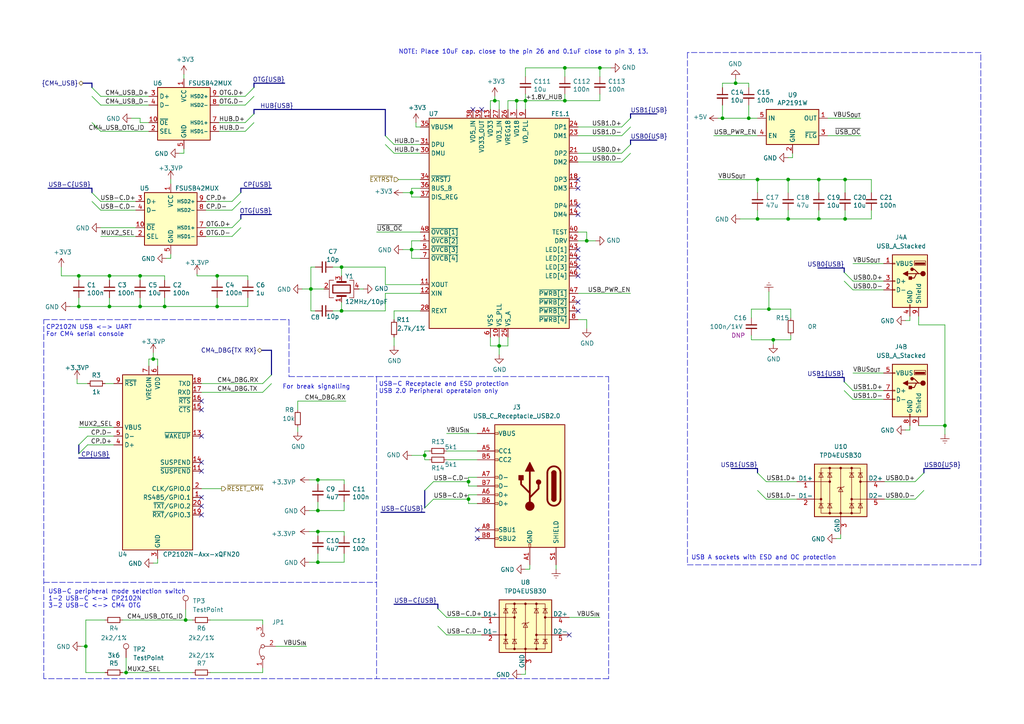
<source format=kicad_sch>
(kicad_sch (version 20210621) (generator eeschema)
  (paper "A4")
  (title_block (title "USB 2.0 host/USB 2.0 device") (date "2021-01-12") (rev "0.1") (company "Nabu Casa") (comment 1 "www.nabucasa.com") (comment 2 "Amber"))
  (bus_alias "USB" (members "D+" "D-"))
  (bus_alias "CM4_USB" (members "CM4_USB_D+" "CM4_USB_D-" "CM4_USB_OTG_ID"))
  (bus_alias "I2C" (members "SDA" "SCL"))
  (junction (at 22.86 80.01) (diameter 0.9144))
  (junction (at 22.86 88.9) (diameter 0.9144))
  (junction (at 24.892 187.452) (diameter 0.9144))
  (junction (at 31.75 80.01) (diameter 0.9144))
  (junction (at 31.75 88.9) (diameter 0.9144))
  (junction (at 36.576 195.072) (diameter 0.9144))
  (junction (at 40.64 80.01) (diameter 0.9144))
  (junction (at 40.64 88.9) (diameter 0.9144))
  (junction (at 44.45 104.14) (diameter 0.9144))
  (junction (at 47.752 88.9) (diameter 0.9144))
  (junction (at 53.848 179.832) (diameter 0.9144))
  (junction (at 62.992 80.01) (diameter 0.9144))
  (junction (at 62.992 88.9) (diameter 0.9144))
  (junction (at 90.17 83.82) (diameter 0.9144))
  (junction (at 92.202 139.192) (diameter 0.9144))
  (junction (at 92.202 148.082) (diameter 0.9144))
  (junction (at 92.202 154.178) (diameter 0.9144))
  (junction (at 92.202 163.068) (diameter 0.9144))
  (junction (at 99.06 77.47) (diameter 0.9144))
  (junction (at 99.06 90.17) (diameter 0.9144))
  (junction (at 119.38 55.88) (diameter 0.9144))
  (junction (at 119.38 72.39) (diameter 0.9144))
  (junction (at 123.19 132.08) (diameter 0.9144))
  (junction (at 135.89 139.7) (diameter 0.9144))
  (junction (at 135.89 144.78) (diameter 0.9144))
  (junction (at 143.51 29.21) (diameter 0.9144))
  (junction (at 144.78 100.33) (diameter 0.9144))
  (junction (at 149.86 29.21) (diameter 0.9144))
  (junction (at 152.4 29.21) (diameter 0.9144))
  (junction (at 163.83 19.685) (diameter 0.9144))
  (junction (at 163.83 29.21) (diameter 0.9144))
  (junction (at 170.18 69.85) (diameter 0.9144))
  (junction (at 173.99 19.685) (diameter 0.9144))
  (junction (at 209.55 34.29) (diameter 0.9144))
  (junction (at 213.36 24.13) (diameter 0.9144))
  (junction (at 217.17 34.29) (diameter 0.9144))
  (junction (at 219.71 52.07) (diameter 0.9144))
  (junction (at 219.71 63.5) (diameter 0.9144))
  (junction (at 223.012 89.662) (diameter 0.9144))
  (junction (at 224.282 98.552) (diameter 0.9144))
  (junction (at 228.6 52.07) (diameter 0.9144))
  (junction (at 228.6 63.5) (diameter 0.9144))
  (junction (at 237.49 52.07) (diameter 0.9144))
  (junction (at 237.49 63.5) (diameter 0.9144))
  (junction (at 245.11 52.07) (diameter 0.9144))
  (junction (at 245.11 63.5) (diameter 0.9144))
  (junction (at 274.066 123.444) (diameter 0.9144))
  (no_connect (at 58.42 116.332))
  (no_connect (at 58.42 118.872))
  (no_connect (at 58.42 126.492))
  (no_connect (at 58.42 134.112))
  (no_connect (at 58.42 136.652))
  (no_connect (at 58.42 144.272))
  (no_connect (at 58.42 146.812))
  (no_connect (at 58.42 149.352))
  (no_connect (at 137.16 31.75))
  (no_connect (at 138.43 153.67))
  (no_connect (at 138.43 156.21))
  (no_connect (at 139.7 31.75))
  (no_connect (at 165.1 184.15))
  (no_connect (at 167.64 52.07))
  (no_connect (at 167.64 54.61))
  (no_connect (at 167.64 59.69))
  (no_connect (at 167.64 62.23))
  (no_connect (at 167.64 72.39))
  (no_connect (at 167.64 74.93))
  (no_connect (at 167.64 77.47))
  (no_connect (at 167.64 80.01))
  (no_connect (at 167.64 87.63))
  (no_connect (at 167.64 90.17))
  (bus_entry (at 22.86 129.032) (size 2.54 -2.54) (stroke (width 0.1524)))
  (bus_entry (at 22.86 131.572) (size 2.54 -2.54) (stroke (width 0.1524)))
  (bus_entry (at 26.67 25.4) (size 2.54 2.54) (stroke (width 0.1524)))
  (bus_entry (at 26.67 27.94) (size 2.54 2.54) (stroke (width 0.1524)))
  (bus_entry (at 26.67 35.56) (size 2.54 2.54) (stroke (width 0.1524)))
  (bus_entry (at 26.67 55.88) (size 2.54 2.54) (stroke (width 0.1524)))
  (bus_entry (at 26.67 58.42) (size 2.54 2.54) (stroke (width 0.1524)))
  (bus_entry (at 69.85 55.88) (size -2.54 2.54) (stroke (width 0.1524)))
  (bus_entry (at 69.85 58.42) (size -2.54 2.54) (stroke (width 0.1524)))
  (bus_entry (at 69.85 63.5) (size -2.54 2.54) (stroke (width 0.1524)))
  (bus_entry (at 69.85 66.04) (size -2.54 2.54) (stroke (width 0.1524)))
  (bus_entry (at 73.66 25.4) (size -2.54 2.54) (stroke (width 0.1524)))
  (bus_entry (at 73.66 27.94) (size -2.54 2.54) (stroke (width 0.1524)))
  (bus_entry (at 73.66 33.02) (size -2.54 2.54) (stroke (width 0.1524)))
  (bus_entry (at 73.66 35.56) (size -2.54 2.54) (stroke (width 0.1524)))
  (bus_entry (at 76.2 111.252) (size 2.54 -2.54) (stroke (width 0.1524)))
  (bus_entry (at 76.2 113.792) (size 2.54 -2.54) (stroke (width 0.1524)))
  (bus_entry (at 111.76 39.37) (size 2.54 2.54) (stroke (width 0.1524)))
  (bus_entry (at 111.76 41.91) (size 2.54 2.54) (stroke (width 0.1524)))
  (bus_entry (at 123.19 142.24) (size 2.54 -2.54) (stroke (width 0.1524)))
  (bus_entry (at 123.19 147.32) (size 2.54 -2.54) (stroke (width 0.1524)))
  (bus_entry (at 127 176.53) (size 2.54 2.54) (stroke (width 0.1524)))
  (bus_entry (at 127 181.61) (size 2.54 2.54) (stroke (width 0.1524)))
  (bus_entry (at 180.34 36.83) (size 2.54 -2.54) (stroke (width 0.1524)))
  (bus_entry (at 180.34 39.37) (size 2.54 -2.54) (stroke (width 0.1524)))
  (bus_entry (at 180.34 44.45) (size 2.54 -2.54) (stroke (width 0.1524)))
  (bus_entry (at 180.34 46.99) (size 2.54 -2.54) (stroke (width 0.1524)))
  (bus_entry (at 222.25 139.7) (size -2.54 -2.54) (stroke (width 0.1524)))
  (bus_entry (at 222.25 144.78) (size -2.54 -2.54) (stroke (width 0.1524)))
  (bus_entry (at 247.396 81.534) (size -2.54 -2.54) (stroke (width 0.1524)))
  (bus_entry (at 247.396 84.074) (size -2.54 -2.54) (stroke (width 0.1524)))
  (bus_entry (at 247.396 113.284) (size -2.54 -2.54) (stroke (width 0.1524)))
  (bus_entry (at 247.396 115.824) (size -2.54 -2.54) (stroke (width 0.1524)))
  (bus_entry (at 265.43 139.7) (size 2.54 -2.54) (stroke (width 0.1524)))
  (bus_entry (at 265.43 144.78) (size 2.54 -2.54) (stroke (width 0.1524)))
  (wire (pts (xy 17.78 80.01) (xy 17.78 77.47)))
  (wire (pts (xy 17.78 80.01) (xy 22.86 80.01)))
  (wire (pts (xy 20.32 88.9) (xy 22.86 88.9)))
  (wire (pts (xy 22.352 111.252) (xy 22.352 109.982)))
  (wire (pts (xy 22.86 80.01) (xy 22.86 81.28)))
  (wire (pts (xy 22.86 80.01) (xy 31.75 80.01)))
  (wire (pts (xy 22.86 86.36) (xy 22.86 88.9)))
  (wire (pts (xy 22.86 88.9) (xy 31.75 88.9)))
  (wire (pts (xy 22.86 123.952) (xy 33.02 123.952)))
  (wire (pts (xy 23.622 187.452) (xy 24.892 187.452)))
  (wire (pts (xy 24.892 179.832) (xy 30.48 179.832)))
  (wire (pts (xy 24.892 187.452) (xy 24.892 179.832)))
  (wire (pts (xy 24.892 195.072) (xy 24.892 187.452)))
  (wire (pts (xy 25.4 111.252) (xy 22.352 111.252)))
  (wire (pts (xy 29.21 27.94) (xy 43.18 27.94)))
  (wire (pts (xy 29.21 30.48) (xy 43.18 30.48)))
  (wire (pts (xy 29.21 38.1) (xy 43.18 38.1)))
  (wire (pts (xy 29.21 66.04) (xy 39.37 66.04)))
  (wire (pts (xy 29.21 68.58) (xy 39.37 68.58)))
  (wire (pts (xy 30.48 111.252) (xy 33.02 111.252)))
  (wire (pts (xy 30.48 195.072) (xy 24.892 195.072)))
  (wire (pts (xy 31.75 80.01) (xy 31.75 81.28)))
  (wire (pts (xy 31.75 86.36) (xy 31.75 88.9)))
  (wire (pts (xy 31.75 88.9) (xy 40.64 88.9)))
  (wire (pts (xy 33.02 126.492) (xy 25.4 126.492)))
  (wire (pts (xy 33.02 129.032) (xy 25.4 129.032)))
  (wire (pts (xy 35.56 179.832) (xy 53.848 179.832)))
  (wire (pts (xy 35.56 195.072) (xy 36.576 195.072)))
  (wire (pts (xy 36.576 190.754) (xy 36.576 195.072)))
  (wire (pts (xy 36.576 195.072) (xy 55.88 195.072)))
  (wire (pts (xy 39.37 58.42) (xy 29.21 58.42)))
  (wire (pts (xy 39.37 60.96) (xy 29.21 60.96)))
  (wire (pts (xy 40.64 34.29) (xy 38.1 34.29)))
  (wire (pts (xy 40.64 35.56) (xy 40.64 34.29)))
  (wire (pts (xy 40.64 80.01) (xy 31.75 80.01)))
  (wire (pts (xy 40.64 80.01) (xy 40.64 81.28)))
  (wire (pts (xy 40.64 86.36) (xy 40.64 88.9)))
  (wire (pts (xy 40.64 88.9) (xy 47.752 88.9)))
  (wire (pts (xy 43.18 35.56) (xy 40.64 35.56)))
  (wire (pts (xy 43.18 104.14) (xy 44.45 104.14)))
  (wire (pts (xy 43.18 106.172) (xy 43.18 104.14)))
  (wire (pts (xy 44.45 102.362) (xy 44.45 104.14)))
  (wire (pts (xy 44.45 163.322) (xy 45.72 163.322)))
  (wire (pts (xy 45.72 104.14) (xy 44.45 104.14)))
  (wire (pts (xy 45.72 106.172) (xy 45.72 104.14)))
  (wire (pts (xy 45.72 163.322) (xy 45.72 162.052)))
  (wire (pts (xy 47.752 80.01) (xy 40.64 80.01)))
  (wire (pts (xy 47.752 81.28) (xy 47.752 80.01)))
  (wire (pts (xy 47.752 86.36) (xy 47.752 88.9)))
  (wire (pts (xy 47.752 88.9) (xy 62.992 88.9)))
  (wire (pts (xy 48.26 74.93) (xy 49.53 74.93)))
  (wire (pts (xy 49.53 52.07) (xy 49.53 53.34)))
  (wire (pts (xy 49.53 74.93) (xy 49.53 73.66)))
  (wire (pts (xy 52.07 44.45) (xy 53.34 44.45)))
  (wire (pts (xy 53.34 21.59) (xy 53.34 22.86)))
  (wire (pts (xy 53.34 44.45) (xy 53.34 43.18)))
  (wire (pts (xy 53.848 176.784) (xy 53.848 179.832)))
  (wire (pts (xy 53.848 179.832) (xy 55.88 179.832)))
  (wire (pts (xy 57.15 79.502) (xy 57.15 80.01)))
  (wire (pts (xy 57.15 80.01) (xy 62.992 80.01)))
  (wire (pts (xy 58.42 111.252) (xy 76.2 111.252)))
  (wire (pts (xy 58.42 113.792) (xy 76.2 113.792)))
  (wire (pts (xy 58.42 141.732) (xy 64.262 141.732)))
  (wire (pts (xy 59.69 58.42) (xy 67.31 58.42)))
  (wire (pts (xy 59.69 60.96) (xy 67.31 60.96)))
  (wire (pts (xy 59.69 66.04) (xy 67.31 66.04)))
  (wire (pts (xy 59.69 68.58) (xy 67.31 68.58)))
  (wire (pts (xy 60.96 195.072) (xy 76.2 195.072)))
  (wire (pts (xy 62.992 80.01) (xy 62.992 81.28)))
  (wire (pts (xy 62.992 80.01) (xy 71.882 80.01)))
  (wire (pts (xy 62.992 86.36) (xy 62.992 88.9)))
  (wire (pts (xy 62.992 88.9) (xy 71.882 88.9)))
  (wire (pts (xy 63.5 27.94) (xy 71.12 27.94)))
  (wire (pts (xy 63.5 30.48) (xy 71.12 30.48)))
  (wire (pts (xy 63.5 35.56) (xy 71.12 35.56)))
  (wire (pts (xy 63.5 38.1) (xy 71.12 38.1)))
  (wire (pts (xy 71.882 80.01) (xy 71.882 81.28)))
  (wire (pts (xy 71.882 88.9) (xy 71.882 86.36)))
  (wire (pts (xy 76.2 179.832) (xy 60.96 179.832)))
  (wire (pts (xy 76.2 181.102) (xy 76.2 179.832)))
  (wire (pts (xy 76.2 195.072) (xy 76.2 193.802)))
  (wire (pts (xy 86.36 116.332) (xy 86.36 118.872)))
  (wire (pts (xy 86.36 116.332) (xy 100.33 116.332)))
  (wire (pts (xy 86.36 123.952) (xy 86.36 125.222)))
  (wire (pts (xy 87.63 83.82) (xy 90.17 83.82)))
  (wire (pts (xy 88.9 187.452) (xy 80.01 187.452)))
  (wire (pts (xy 89.662 139.192) (xy 92.202 139.192)))
  (wire (pts (xy 89.662 148.082) (xy 92.202 148.082)))
  (wire (pts (xy 89.662 154.178) (xy 92.202 154.178)))
  (wire (pts (xy 89.662 163.068) (xy 92.202 163.068)))
  (wire (pts (xy 90.17 77.47) (xy 90.17 83.82)))
  (wire (pts (xy 90.17 83.82) (xy 90.17 90.17)))
  (wire (pts (xy 90.17 83.82) (xy 93.98 83.82)))
  (wire (pts (xy 90.17 90.17) (xy 91.44 90.17)))
  (wire (pts (xy 91.44 77.47) (xy 90.17 77.47)))
  (wire (pts (xy 92.202 139.192) (xy 92.202 140.462)))
  (wire (pts (xy 92.202 145.542) (xy 92.202 148.082)))
  (wire (pts (xy 92.202 148.082) (xy 99.822 148.082)))
  (wire (pts (xy 92.202 154.178) (xy 92.202 155.448)))
  (wire (pts (xy 92.202 160.528) (xy 92.202 163.068)))
  (wire (pts (xy 92.202 163.068) (xy 99.822 163.068)))
  (wire (pts (xy 96.52 77.47) (xy 99.06 77.47)))
  (wire (pts (xy 96.52 90.17) (xy 99.06 90.17)))
  (wire (pts (xy 99.06 77.47) (xy 99.06 80.01)))
  (wire (pts (xy 99.06 77.47) (xy 111.76 77.47)))
  (wire (pts (xy 99.06 87.63) (xy 99.06 90.17)))
  (wire (pts (xy 99.06 90.17) (xy 111.76 90.17)))
  (wire (pts (xy 99.822 139.192) (xy 92.202 139.192)))
  (wire (pts (xy 99.822 140.462) (xy 99.822 139.192)))
  (wire (pts (xy 99.822 145.542) (xy 99.822 148.082)))
  (wire (pts (xy 99.822 154.178) (xy 92.202 154.178)))
  (wire (pts (xy 99.822 155.448) (xy 99.822 154.178)))
  (wire (pts (xy 99.822 160.528) (xy 99.822 163.068)))
  (wire (pts (xy 104.14 83.82) (xy 105.41 83.82)))
  (wire (pts (xy 111.76 82.55) (xy 111.76 77.47)))
  (wire (pts (xy 111.76 85.09) (xy 111.76 90.17)))
  (wire (pts (xy 114.3 41.91) (xy 121.92 41.91)))
  (wire (pts (xy 114.3 44.45) (xy 121.92 44.45)))
  (wire (pts (xy 114.3 90.17) (xy 121.92 90.17)))
  (wire (pts (xy 114.3 92.71) (xy 114.3 90.17)))
  (wire (pts (xy 114.3 97.79) (xy 114.3 100.33)))
  (wire (pts (xy 115.57 52.07) (xy 121.92 52.07)))
  (wire (pts (xy 116.84 55.88) (xy 119.38 55.88)))
  (wire (pts (xy 116.84 72.39) (xy 119.38 72.39)))
  (wire (pts (xy 119.38 54.61) (xy 121.92 54.61)))
  (wire (pts (xy 119.38 55.88) (xy 119.38 54.61)))
  (wire (pts (xy 119.38 57.15) (xy 119.38 55.88)))
  (wire (pts (xy 119.38 69.85) (xy 121.92 69.85)))
  (wire (pts (xy 119.38 72.39) (xy 119.38 69.85)))
  (wire (pts (xy 119.38 72.39) (xy 119.38 74.93)))
  (wire (pts (xy 119.38 72.39) (xy 121.92 72.39)))
  (wire (pts (xy 119.38 74.93) (xy 121.92 74.93)))
  (wire (pts (xy 119.38 132.08) (xy 123.19 132.08)))
  (wire (pts (xy 120.65 35.56) (xy 120.65 36.83)))
  (wire (pts (xy 121.92 36.83) (xy 120.65 36.83)))
  (wire (pts (xy 121.92 57.15) (xy 119.38 57.15)))
  (wire (pts (xy 121.92 67.31) (xy 109.22 67.31)))
  (wire (pts (xy 121.92 82.55) (xy 111.76 82.55)))
  (wire (pts (xy 121.92 85.09) (xy 111.76 85.09)))
  (wire (pts (xy 123.19 130.81) (xy 123.19 132.08)))
  (wire (pts (xy 123.19 132.08) (xy 123.19 133.35)))
  (wire (pts (xy 123.19 133.35) (xy 124.46 133.35)))
  (wire (pts (xy 124.46 130.81) (xy 123.19 130.81)))
  (wire (pts (xy 125.73 139.7) (xy 135.89 139.7)))
  (wire (pts (xy 125.73 144.78) (xy 135.89 144.78)))
  (wire (pts (xy 129.54 125.73) (xy 138.43 125.73)))
  (wire (pts (xy 129.54 130.81) (xy 138.43 130.81)))
  (wire (pts (xy 129.54 133.35) (xy 138.43 133.35)))
  (wire (pts (xy 129.54 179.07) (xy 139.7 179.07)))
  (wire (pts (xy 129.54 184.15) (xy 139.7 184.15)))
  (wire (pts (xy 135.89 139.7) (xy 135.89 138.43)))
  (wire (pts (xy 135.89 140.97) (xy 135.89 139.7)))
  (wire (pts (xy 135.89 140.97) (xy 138.43 140.97)))
  (wire (pts (xy 135.89 144.78) (xy 135.89 143.51)))
  (wire (pts (xy 135.89 146.05) (xy 135.89 144.78)))
  (wire (pts (xy 135.89 146.05) (xy 138.43 146.05)))
  (wire (pts (xy 138.43 138.43) (xy 135.89 138.43)))
  (wire (pts (xy 138.43 143.51) (xy 135.89 143.51)))
  (wire (pts (xy 142.24 29.21) (xy 143.51 29.21)))
  (wire (pts (xy 142.24 31.75) (xy 142.24 29.21)))
  (wire (pts (xy 142.24 97.79) (xy 142.24 100.33)))
  (wire (pts (xy 142.24 100.33) (xy 144.78 100.33)))
  (wire (pts (xy 143.51 27.94) (xy 143.51 29.21)))
  (wire (pts (xy 143.51 29.21) (xy 144.78 29.21)))
  (wire (pts (xy 144.78 29.21) (xy 144.78 31.75)))
  (wire (pts (xy 144.78 97.79) (xy 144.78 100.33)))
  (wire (pts (xy 144.78 100.33) (xy 144.78 102.87)))
  (wire (pts (xy 147.32 29.21) (xy 149.86 29.21)))
  (wire (pts (xy 147.32 31.75) (xy 147.32 29.21)))
  (wire (pts (xy 147.32 97.79) (xy 147.32 100.33)))
  (wire (pts (xy 147.32 100.33) (xy 144.78 100.33)))
  (wire (pts (xy 149.86 29.21) (xy 149.86 31.75)))
  (wire (pts (xy 151.13 195.58) (xy 152.4 195.58)))
  (wire (pts (xy 152.4 19.685) (xy 152.4 22.225)))
  (wire (pts (xy 152.4 27.305) (xy 152.4 29.21)))
  (wire (pts (xy 152.4 29.21) (xy 149.86 29.21)))
  (wire (pts (xy 152.4 29.21) (xy 163.83 29.21)))
  (wire (pts (xy 152.4 31.75) (xy 152.4 29.21)))
  (wire (pts (xy 152.4 165.1) (xy 153.67 165.1)))
  (wire (pts (xy 152.4 195.58) (xy 152.4 194.31)))
  (wire (pts (xy 153.67 165.1) (xy 153.67 163.83)))
  (wire (pts (xy 161.29 163.83) (xy 161.29 165.1)))
  (wire (pts (xy 163.83 19.685) (xy 152.4 19.685)))
  (wire (pts (xy 163.83 19.685) (xy 163.83 22.225)))
  (wire (pts (xy 163.83 29.21) (xy 163.83 27.305)))
  (wire (pts (xy 167.64 36.83) (xy 180.34 36.83)))
  (wire (pts (xy 167.64 39.37) (xy 180.34 39.37)))
  (wire (pts (xy 167.64 44.45) (xy 180.34 44.45)))
  (wire (pts (xy 167.64 46.99) (xy 180.34 46.99)))
  (wire (pts (xy 167.64 67.31) (xy 170.18 67.31)))
  (wire (pts (xy 167.64 85.09) (xy 182.88 85.09)))
  (wire (pts (xy 167.64 92.71) (xy 170.18 92.71)))
  (wire (pts (xy 170.18 67.31) (xy 170.18 69.85)))
  (wire (pts (xy 170.18 69.85) (xy 167.64 69.85)))
  (wire (pts (xy 170.18 69.85) (xy 172.72 69.85)))
  (wire (pts (xy 170.18 92.71) (xy 170.18 95.25)))
  (wire (pts (xy 173.99 19.685) (xy 163.83 19.685)))
  (wire (pts (xy 173.99 19.685) (xy 173.99 22.225)))
  (wire (pts (xy 173.99 27.305) (xy 173.99 29.21)))
  (wire (pts (xy 173.99 29.21) (xy 163.83 29.21)))
  (wire (pts (xy 173.99 179.07) (xy 165.1 179.07)))
  (wire (pts (xy 177.165 19.685) (xy 173.99 19.685)))
  (wire (pts (xy 208.28 34.29) (xy 209.55 34.29)))
  (wire (pts (xy 208.28 52.07) (xy 219.71 52.07)))
  (wire (pts (xy 209.55 24.13) (xy 209.55 25.4)))
  (wire (pts (xy 209.55 30.48) (xy 209.55 34.29)))
  (wire (pts (xy 209.55 34.29) (xy 217.17 34.29)))
  (wire (pts (xy 213.36 22.86) (xy 213.36 24.13)))
  (wire (pts (xy 213.36 24.13) (xy 209.55 24.13)))
  (wire (pts (xy 214.63 63.5) (xy 219.71 63.5)))
  (wire (pts (xy 217.17 24.13) (xy 213.36 24.13)))
  (wire (pts (xy 217.17 25.4) (xy 217.17 24.13)))
  (wire (pts (xy 217.17 30.48) (xy 217.17 34.29)))
  (wire (pts (xy 217.17 34.29) (xy 219.71 34.29)))
  (wire (pts (xy 217.932 89.662) (xy 217.932 92.202)))
  (wire (pts (xy 217.932 97.282) (xy 217.932 98.552)))
  (wire (pts (xy 217.932 98.552) (xy 224.282 98.552)))
  (wire (pts (xy 219.71 39.37) (xy 207.01 39.37)))
  (wire (pts (xy 219.71 52.07) (xy 219.71 55.88)))
  (wire (pts (xy 219.71 52.07) (xy 228.6 52.07)))
  (wire (pts (xy 219.71 60.96) (xy 219.71 63.5)))
  (wire (pts (xy 219.71 63.5) (xy 228.6 63.5)))
  (wire (pts (xy 222.25 139.7) (xy 231.14 139.7)))
  (wire (pts (xy 222.25 144.78) (xy 231.14 144.78)))
  (wire (pts (xy 223.012 84.582) (xy 223.012 89.662)))
  (wire (pts (xy 223.012 89.662) (xy 217.932 89.662)))
  (wire (pts (xy 224.282 98.552) (xy 224.282 99.822)))
  (wire (pts (xy 224.282 98.552) (xy 229.362 98.552)))
  (wire (pts (xy 228.6 45.72) (xy 229.87 45.72)))
  (wire (pts (xy 228.6 52.07) (xy 228.6 55.88)))
  (wire (pts (xy 228.6 52.07) (xy 237.49 52.07)))
  (wire (pts (xy 228.6 60.96) (xy 228.6 63.5)))
  (wire (pts (xy 228.6 63.5) (xy 237.49 63.5)))
  (wire (pts (xy 229.362 89.662) (xy 223.012 89.662)))
  (wire (pts (xy 229.362 92.202) (xy 229.362 89.662)))
  (wire (pts (xy 229.362 98.552) (xy 229.362 97.282)))
  (wire (pts (xy 229.87 45.72) (xy 229.87 44.45)))
  (wire (pts (xy 237.49 52.07) (xy 237.49 55.88)))
  (wire (pts (xy 237.49 52.07) (xy 245.11 52.07)))
  (wire (pts (xy 237.49 60.96) (xy 237.49 63.5)))
  (wire (pts (xy 237.49 63.5) (xy 245.11 63.5)))
  (wire (pts (xy 240.03 34.29) (xy 249.682 34.29)))
  (wire (pts (xy 240.03 39.37) (xy 249.682 39.37)))
  (wire (pts (xy 242.57 156.21) (xy 243.84 156.21)))
  (wire (pts (xy 243.84 156.21) (xy 243.84 154.94)))
  (wire (pts (xy 245.11 52.07) (xy 245.11 55.88)))
  (wire (pts (xy 245.11 60.96) (xy 245.11 63.5)))
  (wire (pts (xy 245.11 63.5) (xy 252.73 63.5)))
  (wire (pts (xy 247.396 76.454) (xy 256.286 76.454)))
  (wire (pts (xy 247.396 81.534) (xy 256.286 81.534)))
  (wire (pts (xy 247.396 84.074) (xy 256.286 84.074)))
  (wire (pts (xy 247.396 108.204) (xy 256.286 108.204)))
  (wire (pts (xy 247.396 113.284) (xy 256.286 113.284)))
  (wire (pts (xy 247.396 115.824) (xy 256.286 115.824)))
  (wire (pts (xy 252.73 52.07) (xy 245.11 52.07)))
  (wire (pts (xy 252.73 55.88) (xy 252.73 52.07)))
  (wire (pts (xy 252.73 63.5) (xy 252.73 60.96)))
  (wire (pts (xy 262.636 92.964) (xy 263.906 92.964)))
  (wire (pts (xy 262.636 124.714) (xy 263.906 124.714)))
  (wire (pts (xy 263.906 92.964) (xy 263.906 91.694)))
  (wire (pts (xy 263.906 124.714) (xy 263.906 123.444)))
  (wire (pts (xy 265.43 139.7) (xy 256.54 139.7)))
  (wire (pts (xy 265.43 144.78) (xy 256.54 144.78)))
  (wire (pts (xy 266.446 91.694) (xy 266.446 94.234)))
  (wire (pts (xy 266.446 94.234) (xy 274.066 94.234)))
  (wire (pts (xy 266.446 123.444) (xy 274.066 123.444)))
  (wire (pts (xy 274.066 94.234) (xy 274.066 123.444)))
  (wire (pts (xy 274.066 123.444) (xy 274.066 125.984)))
  (bus (pts (xy 22.86 129.032) (xy 22.86 132.842)))
  (bus (pts (xy 22.86 132.842) (xy 31.75 132.842)))
  (bus (pts (xy 24.13 24.13) (xy 26.67 24.13)))
  (bus (pts (xy 26.67 24.13) (xy 26.67 35.56)))
  (bus (pts (xy 26.67 54.61) (xy 13.97 54.61)))
  (bus (pts (xy 26.67 54.61) (xy 26.67 58.42)))
  (bus (pts (xy 69.85 54.61) (xy 69.85 58.42)))
  (bus (pts (xy 69.85 54.61) (xy 78.74 54.61)))
  (bus (pts (xy 69.85 62.23) (xy 69.85 66.04)))
  (bus (pts (xy 69.85 62.23) (xy 78.74 62.23)))
  (bus (pts (xy 73.66 24.13) (xy 73.66 27.94)))
  (bus (pts (xy 73.66 24.13) (xy 82.55 24.13)))
  (bus (pts (xy 73.66 31.75) (xy 73.66 35.56)))
  (bus (pts (xy 73.66 31.75) (xy 111.76 31.75)))
  (bus (pts (xy 75.946 101.6) (xy 78.74 101.6)))
  (bus (pts (xy 78.74 101.6) (xy 78.74 111.252)))
  (bus (pts (xy 111.76 31.75) (xy 111.76 41.91)))
  (bus (pts (xy 123.19 142.24) (xy 123.19 148.59)))
  (bus (pts (xy 123.19 148.59) (xy 110.49 148.59)))
  (bus (pts (xy 127 175.26) (xy 114.3 175.26)))
  (bus (pts (xy 127 175.26) (xy 127 181.61)))
  (bus (pts (xy 182.88 33.02) (xy 182.88 36.83)))
  (bus (pts (xy 182.88 33.02) (xy 190.5 33.02)))
  (bus (pts (xy 182.88 40.64) (xy 182.88 44.45)))
  (bus (pts (xy 182.88 40.64) (xy 190.5 40.64)))
  (bus (pts (xy 219.71 135.89) (xy 212.09 135.89)))
  (bus (pts (xy 219.71 135.89) (xy 219.71 142.24)))
  (bus (pts (xy 244.856 77.724) (xy 237.236 77.724)))
  (bus (pts (xy 244.856 77.724) (xy 244.856 81.534)))
  (bus (pts (xy 244.856 109.474) (xy 237.236 109.474)))
  (bus (pts (xy 244.856 109.474) (xy 244.856 113.284)))
  (bus (pts (xy 267.97 135.89) (xy 267.97 142.24)))
  (bus (pts (xy 267.97 135.89) (xy 275.59 135.89)))
  (polyline (pts (xy 12.7 92.71) (xy 83.82 92.71)) (stroke (width 0) (type dash)))
  (polyline (pts (xy 12.7 168.91) (xy 109.22 168.91)) (stroke (width 0) (type dash)))
  (polyline (pts (xy 12.7 196.85) (xy 12.7 92.71)) (stroke (width 0) (type dash)))
  (polyline (pts (xy 83.82 92.71) (xy 83.82 109.22)) (stroke (width 0) (type dash)))
  (polyline (pts (xy 83.82 109.22) (xy 109.22 109.22)) (stroke (width 0) (type dash)))
  (polyline (pts (xy 88.9 196.85) (xy 12.7 196.85)) (stroke (width 0) (type dash)))
  (polyline (pts (xy 109.22 109.22) (xy 109.22 196.85)) (stroke (width 0) (type dash)))
  (polyline (pts (xy 109.22 109.22) (xy 176.53 109.22)) (stroke (width 0) (type dash)))
  (polyline (pts (xy 176.53 109.22) (xy 176.53 196.85)) (stroke (width 0) (type dash)))
  (polyline (pts (xy 176.53 196.85) (xy 88.9 196.85)) (stroke (width 0) (type dash)))
  (polyline (pts (xy 199.39 15.24) (xy 199.39 163.83)) (stroke (width 0) (type dash)))
  (polyline (pts (xy 199.39 163.83) (xy 284.48 163.83)) (stroke (width 0) (type dash)))
  (polyline (pts (xy 284.48 15.24) (xy 199.39 15.24)) (stroke (width 0) (type dash)))
  (polyline (pts (xy 284.48 163.83) (xy 284.48 15.24)) (stroke (width 0) (type dash)))
  (text "CP2102N USB <-> UART\nFor CM4 serial console" (at 13.335 97.79 0) (effects (font (size 1.27 1.27)) (justify left bottom)))
  (text "USB-C peripheral mode selection switch\n1-2 USB-C <-> CP2102N\n3-2 USB-C <-> CM4 OTG" (at 13.97 176.53 0) (effects (font (size 1.27 1.27)) (justify left bottom)))
  (text "For break signalling" (at 81.915 113.03 0) (effects (font (size 1.27 1.27)) (justify left bottom)))
  (text "USB-C Receptacle and ESD protection\nUSB 2.0 Peripheral operataion only" (at 109.855 114.3 0) (effects (font (size 1.27 1.27)) (justify left bottom)))
  (text "NOTE: Place 10uF cap. close to the pin 26 and 0.1uF close to pin 3, 13." (at 115.57 15.875 0) (effects (font (size 1.27 1.27)) (justify left bottom)))
  (text "USB A sockets with ESD and OC protection" (at 242.57 162.56 180) (effects (font (size 1.27 1.27)) (justify right bottom)))
  (label "USB-C{USB}" (at 13.97 54.61 0))
  (label "MUX2_SEL" (at 22.86 123.952 0))
  (label "MUX2_SEL" (at 29.21 68.58 0))
  (label "CM4_USB_D+" (at 30.48 27.94 0))
  (label "CM4_USB_D-" (at 30.48 30.48 0))
  (label "CP{USB}" (at 31.75 132.842 180))
  (label "CP.D-" (at 32.512 126.492 180))
  (label "CP.D+" (at 32.512 129.032 180))
  (label "CM4_USB_OTG_ID" (at 36.83 179.832 0))
  (label "MUX2_SEL" (at 36.83 195.072 0))
  (label "USB-C.D+" (at 39.37 58.42 180))
  (label "USB-C.D-" (at 39.37 60.96 180))
  (label "CM4_USB_OTG_ID" (at 41.91 38.1 180))
  (label "CP.D+" (at 59.69 58.42 0))
  (label "CP.D-" (at 59.69 60.96 0))
  (label "OTG.D+" (at 59.69 66.04 0))
  (label "OTG.D-" (at 59.69 68.58 0))
  (label "CM4_DBG.RX" (at 62.992 111.252 0))
  (label "CM4_DBG.TX" (at 62.992 113.792 0))
  (label "OTG.D+" (at 63.5 27.94 0))
  (label "OTG.D-" (at 63.5 30.48 0))
  (label "HUB.D+" (at 63.5 35.56 0))
  (label "HUB.D-" (at 63.5 38.1 0))
  (label "CP{USB}" (at 78.74 54.61 180))
  (label "OTG{USB}" (at 78.74 62.23 180))
  (label "OTG{USB}" (at 82.55 24.13 180))
  (label "HUB{USB}" (at 85.09 31.75 180))
  (label "VBUS_{IN}" (at 88.9 187.452 180))
  (label "CM4_DBG.RX" (at 100.33 116.332 180))
  (label "~{USB_OC}" (at 109.22 67.31 0))
  (label "USB-C{USB}" (at 110.49 148.59 0))
  (label "HUB.D-" (at 114.3 41.91 0))
  (label "HUB.D+" (at 114.3 44.45 0))
  (label "USB-C{USB}" (at 114.3 175.26 0))
  (label "USB-C.D-" (at 125.73 139.7 0))
  (label "USB-C.D+" (at 125.73 144.78 0))
  (label "VBUS_{IN}" (at 129.54 125.73 0))
  (label "USB-C.D+" (at 129.54 179.07 0))
  (label "USB-C.D-" (at 129.54 184.15 0))
  (label "+1.8V_HUB" (at 152.4 29.21 0))
  (label "VBUS_{IN}" (at 173.99 179.07 180))
  (label "USB1.D+" (at 180.34 36.83 180))
  (label "USB1.D-" (at 180.34 39.37 180))
  (label "USB0.D+" (at 180.34 44.45 180))
  (label "USB0.D-" (at 180.34 46.99 180))
  (label "USB1{USB}" (at 182.88 33.02 0))
  (label "USB0{USB}" (at 182.88 40.64 0))
  (label "USB_PWR_EN" (at 182.88 85.09 180))
  (label "USB_PWR_EN" (at 207.01 39.37 0))
  (label "VBUS_{OUT}" (at 208.28 52.07 0))
  (label "USB1{USB}" (at 219.71 135.89 180))
  (label "USB1.D+" (at 222.25 139.7 0))
  (label "USB1.D-" (at 222.25 144.78 0))
  (label "USB0{USB}" (at 244.856 77.724 180))
  (label "USB1{USB}" (at 244.856 109.474 180))
  (label "VBUS_{OUT}" (at 247.396 76.454 0))
  (label "USB0.D+" (at 247.396 81.534 0))
  (label "USB0.D-" (at 247.396 84.074 0))
  (label "VBUS_{OUT}" (at 247.396 108.204 0))
  (label "USB1.D+" (at 247.396 113.284 0))
  (label "USB1.D-" (at 247.396 115.824 0))
  (label "VBUS_{OUT}" (at 249.682 34.29 180))
  (label "~{USB_OC}" (at 249.682 39.37 180))
  (label "USB0.D+" (at 265.43 139.7 180))
  (label "USB0.D-" (at 265.43 144.78 180))
  (label "USB0{USB}" (at 267.97 135.89 0))
  (hierarchical_label "{CM4_USB}" (shape bidirectional) (at 24.13 24.13 180))
  (hierarchical_label "~{RESET_CM4}" (shape output) (at 64.262 141.732 0))
  (hierarchical_label "CM4_DBG{TX RX}" (shape bidirectional) (at 75.946 101.6 180))
  (hierarchical_label "~{EXTRST}" (shape input) (at 115.57 52.07 180))
  (symbol (lib_id "power:+3V3") (at 17.78 77.47 0) (unit 1)
    (property "Reference" "#PWR018" (effects hide))
    (property "Value" "+3V3" (at 18.1483 73.1456 0))
  )
  (symbol (lib_id "power:+3.3VP") (at 22.352 109.982 0) (unit 1)
    (property "Reference" "#PWR0190" (effects hide))
    (property "Value" "+3.3VP" (at 22.352 106.68 0))
  )
  (symbol (lib_id "power:+3.3VP") (at 44.45 102.362 0) (unit 1)
    (property "Reference" "#PWR0193" (effects hide))
    (property "Value" "+3.3VP" (at 44.45 99.06 0))
  )
  (symbol (lib_id "power:+3.3VP") (at 49.53 52.07 0) (unit 1)
    (property "Reference" "#PWR0194" (effects hide))
    (property "Value" "+3.3VP" (at 49.53 48.768 0))
  )
  (symbol (lib_id "power:+3V3") (at 53.34 21.59 0) (unit 1)
    (property "Reference" "#PWR025" (effects hide))
    (property "Value" "+3V3" (at 53.7083 17.2656 0))
  )
  (symbol (lib_id "power:+3.3VP") (at 57.15 79.502 0) (unit 1)
    (property "Reference" "#PWR0195" (effects hide))
    (property "Value" "+3.3VP" (at 57.15 76.2 0))
  )
  (symbol (lib_id "power:+3.3VP") (at 89.662 139.192 90) (unit 1)
    (property "Reference" "#PWR0191" (effects hide))
    (property "Value" "+3.3VP" (at 85.852 139.8269 90) (effects (justify left)))
  )
  (symbol (lib_id "power:+3.3VP") (at 89.662 154.178 90) (unit 1)
    (property "Reference" "#PWR0192" (effects hide))
    (property "Value" "+3.3VP" (at 85.852 154.8129 90) (effects (justify left)))
  )
  (symbol (lib_id "power:+3V3") (at 116.84 55.88 90) (unit 1)
    (property "Reference" "#PWR0206" (effects hide))
    (property "Value" "+3V3" (at 111.2456 55.5117 90))
  )
  (symbol (lib_id "power:+3V3") (at 120.65 35.56 0) (unit 1)
    (property "Reference" "#PWR038" (effects hide))
    (property "Value" "+3V3" (at 121.0183 31.2356 0))
  )
  (symbol (lib_id "power:+3V3") (at 143.51 27.94 0) (unit 1)
    (property "Reference" "#PWR041" (effects hide))
    (property "Value" "+3V3" (at 143.8783 23.6156 0))
  )
  (symbol (lib_id "power:+5V") (at 208.28 34.29 90) (unit 1)
    (property "Reference" "#PWR045" (effects hide))
    (property "Value" "+5V" (at 205.105 33.9217 90) (effects (justify left)))
  )
  (symbol (lib_id "Connector:TestPoint") (at 36.576 190.754 0) (unit 1)
    (property "Reference" "TP2" (at 38.608 188.2774 0) (effects (justify left)))
    (property "Value" "TestPoint" (at 38.608 190.8174 0) (effects (justify left)))
    (property "Footprint" "TestPoint:TestPoint_Pad_D1.0mm" (effects hide))
  )
  (symbol (lib_id "Connector:TestPoint") (at 53.848 176.784 0) (unit 1)
    (property "Reference" "TP3" (at 55.88 174.3074 0) (effects (justify left)))
    (property "Value" "TestPoint" (at 55.88 176.8474 0) (effects (justify left)))
    (property "Footprint" "TestPoint:TestPoint_Pad_D1.0mm" (effects hide))
  )
  (symbol (lib_id "power:GND") (at 20.32 88.9 270) (unit 1)
    (property "Reference" "#PWR019" (effects hide))
    (property "Value" "GND" (at 17.145 89.0143 90) (effects (justify right)))
  )
  (symbol (lib_id "power:GND") (at 23.622 187.452 270) (unit 1)
    (property "Reference" "#PWR020" (effects hide))
    (property "Value" "GND" (at 20.447 187.5663 90) (effects (justify right)))
  )
  (symbol (lib_id "power:GND") (at 29.21 66.04 270) (unit 1)
    (property "Reference" "#PWR021" (effects hide))
    (property "Value" "GND" (at 26.035 66.1543 90) (effects (justify right)))
  )
  (symbol (lib_id "power:GND") (at 38.1 34.29 270) (unit 1)
    (property "Reference" "#PWR022" (effects hide))
    (property "Value" "GND" (at 34.925 34.4043 90) (effects (justify right)))
  )
  (symbol (lib_id "power:GND") (at 44.45 163.322 270) (unit 1)
    (property "Reference" "#PWR023" (effects hide))
    (property "Value" "GND" (at 41.275 163.4363 90) (effects (justify right)))
  )
  (symbol (lib_id "power:GND") (at 48.26 74.93 270) (unit 1)
    (property "Reference" "#PWR024" (effects hide))
    (property "Value" "GND" (at 45.085 75.0443 90) (effects (justify right)))
  )
  (symbol (lib_id "power:GND") (at 52.07 44.45 270) (unit 1)
    (property "Reference" "#PWR026" (effects hide))
    (property "Value" "GND" (at 48.895 44.5643 90) (effects (justify right)))
  )
  (symbol (lib_id "power:GND") (at 86.36 125.222 0) (unit 1)
    (property "Reference" "#PWR029" (effects hide))
    (property "Value" "GND" (at 86.4743 129.5464 0))
  )
  (symbol (lib_id "power:GND") (at 87.63 83.82 270) (unit 1)
    (property "Reference" "#PWR028" (effects hide))
    (property "Value" "GND" (at 84.455 83.9343 90) (effects (justify right)))
  )
  (symbol (lib_id "power:GND") (at 89.662 148.082 270) (unit 1)
    (property "Reference" "#PWR030" (effects hide))
    (property "Value" "GND" (at 86.487 148.1963 90) (effects (justify right)))
  )
  (symbol (lib_id "power:GND") (at 89.662 163.068 270) (unit 1)
    (property "Reference" "#PWR031" (effects hide))
    (property "Value" "GND" (at 86.487 163.1823 90) (effects (justify right)))
  )
  (symbol (lib_id "power:GND") (at 105.41 83.82 90) (unit 1)
    (property "Reference" "#PWR033" (effects hide))
    (property "Value" "GND" (at 108.5851 83.7057 90) (effects (justify right)))
  )
  (symbol (lib_id "power:GND") (at 114.3 100.33 0) (unit 1)
    (property "Reference" "#PWR0209" (effects hide))
    (property "Value" "GND" (at 114.4143 104.6544 0))
  )
  (symbol (lib_id "power:GND") (at 116.84 72.39 270) (unit 1)
    (property "Reference" "#PWR034" (effects hide))
    (property "Value" "GND" (at 113.665 72.5043 90) (effects (justify right)))
  )
  (symbol (lib_id "power:GND") (at 119.38 132.08 270) (mirror x) (unit 1)
    (property "Reference" "#PWR039" (effects hide))
    (property "Value" "GND" (at 116.205 131.9657 90) (effects (justify right)))
  )
  (symbol (lib_id "power:GND") (at 144.78 102.87 0) (unit 1)
    (property "Reference" "#PWR0205" (effects hide))
    (property "Value" "GND" (at 144.8943 107.1944 0))
  )
  (symbol (lib_id "power:GND") (at 151.13 195.58 270) (unit 1)
    (property "Reference" "#PWR042" (effects hide))
    (property "Value" "GND" (at 147.955 195.6943 90) (effects (justify right)))
  )
  (symbol (lib_id "power:GND") (at 152.4 165.1 270) (unit 1)
    (property "Reference" "#PWR043" (effects hide))
    (property "Value" "GND" (at 149.225 165.2143 90) (effects (justify right)))
  )
  (symbol (lib_id "power:Earth") (at 161.29 165.1 0) (unit 1)
    (property "Reference" "#PWR044" (effects hide))
    (property "Value" "Earth" (effects hide))
  )
  (symbol (lib_id "power:GND") (at 170.18 95.25 0) (unit 1)
    (property "Reference" "#PWR0208" (effects hide))
    (property "Value" "GND" (at 170.2943 99.5744 0))
  )
  (symbol (lib_id "power:GND") (at 172.72 69.85 90) (unit 1)
    (property "Reference" "#PWR0207" (effects hide))
    (property "Value" "GND" (at 175.895 69.7357 90) (effects (justify right)))
  )
  (symbol (lib_id "power:GND") (at 177.165 19.685 90) (unit 1)
    (property "Reference" "#PWR036" (effects hide))
    (property "Value" "GND" (at 180.34 19.5707 90) (effects (justify right)))
  )
  (symbol (lib_id "power:GND") (at 213.36 22.86 180) (unit 1)
    (property "Reference" "#PWR046" (effects hide))
    (property "Value" "GND" (at 213.2457 18.5356 0))
  )
  (symbol (lib_id "power:GND") (at 214.63 63.5 270) (unit 1)
    (property "Reference" "#PWR047" (effects hide))
    (property "Value" "GND" (at 211.455 63.6143 90) (effects (justify right)))
  )
  (symbol (lib_id "power:Earth") (at 223.012 84.582 180) (unit 1)
    (property "Reference" "#PWR048" (effects hide))
    (property "Value" "Earth" (effects hide))
  )
  (symbol (lib_id "power:GND") (at 224.282 99.822 0) (unit 1)
    (property "Reference" "#PWR049" (effects hide))
    (property "Value" "GND" (at 224.3963 104.1464 0))
  )
  (symbol (lib_id "power:GND") (at 228.6 45.72 270) (unit 1)
    (property "Reference" "#PWR050" (effects hide))
    (property "Value" "GND" (at 225.425 45.8343 90) (effects (justify right)))
  )
  (symbol (lib_id "power:GND") (at 242.57 156.21 270) (unit 1)
    (property "Reference" "#PWR051" (effects hide))
    (property "Value" "GND" (at 239.395 156.3243 90) (effects (justify right)))
  )
  (symbol (lib_id "power:GND") (at 262.636 92.964 270) (unit 1)
    (property "Reference" "#PWR052" (effects hide))
    (property "Value" "GND" (at 259.461 93.0783 90) (effects (justify right)))
  )
  (symbol (lib_id "power:GND") (at 262.636 124.714 270) (unit 1)
    (property "Reference" "#PWR053" (effects hide))
    (property "Value" "GND" (at 259.461 124.8283 90) (effects (justify right)))
  )
  (symbol (lib_id "power:Earth") (at 274.066 125.984 0) (unit 1)
    (property "Reference" "#PWR054" (effects hide))
    (property "Value" "Earth" (effects hide))
  )
  (symbol (lib_id "Device:R_Small") (at 27.94 111.252 90) (unit 1)
    (property "Reference" "R3" (at 27.94 108.8452 90))
    (property "Value" "1k" (at 27.94 113.684 90))
    (property "Footprint" "Resistor_SMD:R_0402_1005Metric" (effects hide))
  )
  (symbol (lib_id "Device:R_Small") (at 33.02 179.832 270) (unit 1)
    (property "Reference" "R4" (at 33.02 182.2388 90))
    (property "Value" "2k2/1%" (at 33.02 185.02 90))
    (property "Footprint" "Resistor_SMD:R_0402_1005Metric" (effects hide))
  )
  (symbol (lib_id "Device:R_Small") (at 33.02 195.072 270) (unit 1)
    (property "Reference" "R5" (at 33.02 192.3988 90))
    (property "Value" "3k6" (at 33.02 190.1 90))
    (property "Footprint" "Resistor_SMD:R_0402_1005Metric" (effects hide))
  )
  (symbol (lib_id "Device:R_Small") (at 58.42 179.832 270) (unit 1)
    (property "Reference" "R6" (at 58.42 182.2388 90))
    (property "Value" "2k2/1%" (at 58.42 185.02 90))
    (property "Footprint" "Resistor_SMD:R_0402_1005Metric" (effects hide))
  )
  (symbol (lib_id "Device:R_Small") (at 58.42 195.072 270) (unit 1)
    (property "Reference" "R7" (at 58.42 192.3988 90))
    (property "Value" "2k2/1%" (at 58.42 190.1 90))
    (property "Footprint" "Resistor_SMD:R_0402_1005Metric" (effects hide))
  )
  (symbol (lib_id "Device:R_Small") (at 86.36 121.412 180) (unit 1)
    (property "Reference" "R8" (at 83.9532 118.872 0))
    (property "Value" "10k" (at 83.712 121.412 0))
    (property "Footprint" "Resistor_SMD:R_0402_1005Metric" (effects hide))
  )
  (symbol (lib_id "Device:R_Small") (at 114.3 95.25 180) (unit 1)
    (property "Reference" "R11" (at 116.9732 92.71 0))
    (property "Value" "2.7k/1%" (at 119.272 95.25 0))
    (property "Footprint" "Resistor_SMD:R_0402_1005Metric" (effects hide))
  )
  (symbol (lib_id "Device:R_Small") (at 127 130.81 90) (mirror x) (unit 1)
    (property "Reference" "R13" (at 127 128.1368 90))
    (property "Value" "5k1" (at 130.81 129.648 90))
    (property "Footprint" "Resistor_SMD:R_0402_1005Metric" (effects hide))
  )
  (symbol (lib_id "Device:R_Small") (at 127 133.35 90) (mirror x) (unit 1)
    (property "Reference" "R14" (at 127 135.7568 90))
    (property "Value" "5k1" (at 130.81 134.728 90))
    (property "Footprint" "Resistor_SMD:R_0402_1005Metric" (effects hide))
  )
  (symbol (lib_id "Device:R_Small") (at 229.362 94.742 180) (unit 1)
    (property "Reference" "R15" (at 226.9552 92.202 0))
    (property "Value" "0R" (at 235.604 94.742 0))
    (property "Footprint" "Resistor_SMD:R_1206_3216Metric" (effects hide))
  )
  (symbol (lib_id "Device:C_Small") (at 22.86 83.82 0) (unit 1)
    (property "Reference" "C1" (at 25.1842 82.6706 0) (effects (justify left)))
    (property "Value" "100n" (at 25.184 84.969 0) (effects (justify left)))
    (property "Footprint" "Capacitor_SMD:C_0402_1005Metric" (effects hide))
  )
  (symbol (lib_id "Device:C_Small") (at 31.75 83.82 0) (unit 1)
    (property "Reference" "C3" (at 34.0742 82.6706 0) (effects (justify left)))
    (property "Value" "100n" (at 34.074 84.969 0) (effects (justify left)))
    (property "Footprint" "Capacitor_SMD:C_0402_1005Metric" (effects hide))
  )
  (symbol (lib_id "Device:C_Small") (at 40.64 83.82 0) (unit 1)
    (property "Reference" "C5" (at 42.9642 82.6706 0) (effects (justify left)))
    (property "Value" "10u" (at 42.964 84.969 0) (effects (justify left)))
    (property "Footprint" "Capacitor_SMD:C_0402_1005Metric" (effects hide))
  )
  (symbol (lib_id "Device:C_Small") (at 47.752 83.82 0) (unit 1)
    (property "Reference" "C2" (at 50.0762 82.6706 0) (effects (justify left)))
    (property "Value" "100n" (at 50.076 84.969 0) (effects (justify left)))
    (property "Footprint" "Capacitor_SMD:C_0402_1005Metric" (effects hide))
  )
  (symbol (lib_id "Device:C_Small") (at 62.992 83.82 0) (unit 1)
    (property "Reference" "C4" (at 65.3162 82.6706 0) (effects (justify left)))
    (property "Value" "100n" (at 65.316 84.969 0) (effects (justify left)))
    (property "Footprint" "Capacitor_SMD:C_0402_1005Metric" (effects hide))
  )
  (symbol (lib_id "Device:C_Small") (at 71.882 83.82 0) (unit 1)
    (property "Reference" "C6" (at 74.2062 82.6706 0) (effects (justify left)))
    (property "Value" "1u" (at 74.206 84.969 0) (effects (justify left)))
    (property "Footprint" "Capacitor_SMD:C_0402_1005Metric" (effects hide))
  )
  (symbol (lib_id "Device:C_Small") (at 92.202 143.002 0) (unit 1)
    (property "Reference" "C9" (at 94.5262 141.8526 0) (effects (justify left)))
    (property "Value" "4u7" (at 94.526 144.151 0) (effects (justify left)))
    (property "Footprint" "Capacitor_SMD:C_0402_1005Metric" (effects hide))
  )
  (symbol (lib_id "Device:C_Small") (at 92.202 157.988 0) (unit 1)
    (property "Reference" "C10" (at 94.5262 156.8386 0) (effects (justify left)))
    (property "Value" "4u7" (at 94.526 159.137 0) (effects (justify left)))
    (property "Footprint" "Capacitor_SMD:C_0402_1005Metric" (effects hide))
  )
  (symbol (lib_id "Device:C_Small") (at 93.98 77.47 270) (unit 1)
    (property "Reference" "C7" (at 96.52 72.9677 90))
    (property "Value" "10p" (at 96.52 75.266 90))
    (property "Footprint" "Capacitor_SMD:C_0402_1005Metric" (effects hide))
  )
  (symbol (lib_id "Device:C_Small") (at 93.98 90.17 270) (unit 1)
    (property "Reference" "C8" (at 91.44 92.0177 90))
    (property "Value" "10p" (at 96.52 91.776 90))
    (property "Footprint" "Capacitor_SMD:C_0402_1005Metric" (effects hide))
  )
  (symbol (lib_id "Device:C_Small") (at 99.822 143.002 0) (unit 1)
    (property "Reference" "C11" (at 102.1462 141.8526 0) (effects (justify left)))
    (property "Value" "100n" (at 102.146 144.151 0) (effects (justify left)))
    (property "Footprint" "Capacitor_SMD:C_0402_1005Metric" (effects hide))
  )
  (symbol (lib_id "Device:C_Small") (at 99.822 157.988 0) (unit 1)
    (property "Reference" "C12" (at 102.1462 156.8386 0) (effects (justify left)))
    (property "Value" "100n" (at 102.146 159.137 0) (effects (justify left)))
    (property "Footprint" "Capacitor_SMD:C_0402_1005Metric" (effects hide))
  )
  (symbol (lib_id "Device:C_Small") (at 152.4 24.765 0) (unit 1)
    (property "Reference" "C111" (at 154.7242 23.6156 0) (effects (justify left)))
    (property "Value" "10u" (at 154.724 25.914 0) (effects (justify left)))
    (property "Footprint" "Capacitor_SMD:C_0805_2012Metric" (effects hide))
  )
  (symbol (lib_id "Device:C_Small") (at 163.83 24.765 0) (unit 1)
    (property "Reference" "C112" (at 166.1542 23.6156 0) (effects (justify left)))
    (property "Value" "100n" (at 166.154 25.914 0) (effects (justify left)))
    (property "Footprint" "Capacitor_SMD:C_0402_1005Metric" (effects hide))
  )
  (symbol (lib_id "Device:C_Small") (at 173.99 24.765 0) (unit 1)
    (property "Reference" "C113" (at 176.3142 23.6156 0) (effects (justify left)))
    (property "Value" "100n" (at 176.314 25.914 0) (effects (justify left)))
    (property "Footprint" "Capacitor_SMD:C_0402_1005Metric" (effects hide))
  )
  (symbol (lib_id "Device:C_Small") (at 209.55 27.94 0) (unit 1)
    (property "Reference" "C14" (at 211.8742 26.7906 0) (effects (justify left)))
    (property "Value" "10u" (at 211.874 29.089 0) (effects (justify left)))
    (property "Footprint" "Capacitor_SMD:C_0805_2012Metric" (effects hide))
  )
  (symbol (lib_id "Device:C_Small") (at 217.17 27.94 0) (unit 1)
    (property "Reference" "C15" (at 219.4942 26.7906 0) (effects (justify left)))
    (property "Value" "100n" (at 219.494 29.089 0) (effects (justify left)))
    (property "Footprint" "Capacitor_SMD:C_0402_1005Metric" (effects hide))
  )
  (symbol (lib_id "Device:C_Small") (at 217.932 94.742 0) (unit 1)
    (property "Reference" "C16" (at 214.6997 92.202 0))
    (property "Value" "100n/1kV" (at 210.648 94.742 0))
    (property "Footprint" "Capacitor_SMD:C_1206_3216Metric" (effects hide))
    (property "Config" "DNP" (at 214.122 97.282 0))
  )
  (symbol (lib_id "Device:C_Small") (at 219.71 58.42 0) (unit 1)
    (property "Reference" "C17" (at 222.0342 57.2706 0) (effects (justify left)))
    (property "Value" "47u" (at 222.034 59.569 0) (effects (justify left)))
    (property "Footprint" "Capacitor_SMD:C_0805_2012Metric" (effects hide))
  )
  (symbol (lib_id "Device:C_Small") (at 228.6 58.42 0) (unit 1)
    (property "Reference" "C18" (at 230.9242 57.2706 0) (effects (justify left)))
    (property "Value" "47u" (at 230.924 59.569 0) (effects (justify left)))
    (property "Footprint" "Capacitor_SMD:C_0805_2012Metric" (effects hide))
  )
  (symbol (lib_id "Device:C_Small") (at 237.49 58.42 0) (unit 1)
    (property "Reference" "C19" (at 239.8142 57.2706 0) (effects (justify left)))
    (property "Value" "10u" (at 239.814 59.569 0) (effects (justify left)))
    (property "Footprint" "Capacitor_SMD:C_0805_2012Metric" (effects hide))
  )
  (symbol (lib_id "Device:C_Small") (at 245.11 58.42 0) (unit 1)
    (property "Reference" "C20" (at 247.4342 57.2706 0) (effects (justify left)))
    (property "Value" "10u" (at 247.434 59.569 0) (effects (justify left)))
    (property "Footprint" "Capacitor_SMD:C_0805_2012Metric" (effects hide))
  )
  (symbol (lib_id "Device:C_Small") (at 252.73 58.42 0) (unit 1)
    (property "Reference" "C21" (at 255.0542 57.2706 0) (effects (justify left)))
    (property "Value" "100n" (at 255.054 59.569 0) (effects (justify left)))
    (property "Footprint" "Capacitor_SMD:C_0402_1005Metric" (effects hide))
  )
  (symbol (lib_id "Jumper:Jumper_3_Bridged12") (at 76.2 187.452 90) (unit 1)
    (property "Reference" "JP1" (at 82.55 180.4669 90) (effects (justify left)))
    (property "Value" "Conn_01x03_Male" (effects hide))
    (property "Footprint" "Connector_PinHeader_2.54mm:PinHeader_1x03_P2.54mm_Vertical" (effects hide))
    (property "Manufacturer" "Adam Tech" (effects hide))
    (property "PartNumber" "PH1-03-UA" (effects hide))
  )
  (symbol (lib_id "Device:Crystal_GND24") (at 99.06 83.82 90) (unit 1)
    (property "Reference" "Y1" (at 100.0761 80.1306 90) (effects (justify right)))
    (property "Value" "12MHz{slash}10pF" (at 100.076 87.509 90) (effects (justify right)))
    (property "Footprint" "Crystal:Crystal_SMD_3225-4Pin_3.2x2.5mm" (effects hide))
    (property "Datasheet" "https://datasheet.lcsc.com/lcsc/2103291134_Yangxing-Tech-X322512MMB4SI_C50430.pdf" (effects hide))
    (property "Manufacturer" "Yangxing Tech" (effects hide))
    (property "PartNumber" "X322512MMB4SI" (effects hide))
  )
  (symbol (lib_name "Amber:USB_A_Stacked_1") (lib_id "Amber:USB_A_Stacked") (at 263.906 81.534 0) (mirror y) (unit 1)
    (property "Reference" "J4" (at 261.366 68.834 0))
    (property "Value" "USB_A_Stacked" (at 261.366 71.374 0))
    (property "Footprint" "Connector_USB:USB_A_Wuerth_61400826021_Horizontal_Stacked" (effects hide))
    (property "Datasheet" " ~" (effects hide))
    (property "Manufacturer" "Molex" (effects hide))
    (property "PartNumber" "67298-4090" (effects hide))
  )
  (symbol (lib_id "Amber:USB_A_Stacked") (at 263.906 113.284 0) (mirror y) (unit 2)
    (property "Reference" "J4" (at 261.366 100.584 0))
    (property "Value" "USB_A_Stacked" (at 261.366 103.124 0))
    (property "Footprint" "Connector_USB:USB_A_Wuerth_61400826021_Horizontal_Stacked" (effects hide))
    (property "Datasheet" " ~" (effects hide))
    (property "Manufacturer" "Molex" (effects hide))
    (property "PartNumber" "67298-4090" (effects hide))
  )
  (symbol (lib_id "Power_Management:AP2171W") (at 229.87 36.83 0) (unit 1)
    (property "Reference" "U9" (at 229.87 27.5398 0))
    (property "Value" "AP2191W" (at 229.87 29.8385 0))
    (property "Footprint" "Package_TO_SOT_SMD:SOT-23-5" (effects hide))
    (property "Datasheet" "https://www.diodes.com/assets/Datasheets/AP2181_91.pdf" (effects hide))
    (property "Manufacturer" "Diodes Incorporated" (effects hide))
    (property "PartNumber" "AP2191WG-7" (effects hide))
  )
  (symbol (lib_id "Interface_USB:FSUSB42MUX") (at 49.53 63.5 0) (unit 1)
    (property "Reference" "U5" (at 41.91 54.61 0))
    (property "Value" "FSUSB42MUX" (at 57.15 54.61 0))
    (property "Footprint" "Package_SO:MSOP-10_3x3mm_P0.5mm" (effects hide))
    (property "Datasheet" "https://www.onsemi.com/pub/Collateral/FSUSB42-D.PDF" (effects hide))
    (property "Manufacturer" "ON Semiconductor" (effects hide))
    (property "PartNumber" "FSUSB42MUXCT" (effects hide))
  )
  (symbol (lib_id "Interface_USB:FSUSB42MUX") (at 53.34 33.02 0) (unit 1)
    (property "Reference" "U6" (at 45.72 24.13 0))
    (property "Value" "FSUSB42MUX" (at 60.96 24.13 0))
    (property "Footprint" "Package_SO:MSOP-10_3x3mm_P0.5mm" (effects hide))
    (property "Datasheet" "https://www.onsemi.com/pub/Collateral/FSUSB42-D.PDF" (effects hide))
    (property "Manufacturer" "ON Semiconductor" (effects hide))
    (property "PartNumber" "FSUSB42MUXCT" (effects hide))
  )
  (symbol (lib_name "Amber:TPD4EUSB30_1") (lib_id "Amber:TPD4EUSB30") (at 152.4 181.61 0) (unit 1)
    (property "Reference" "U8" (at 152.4 168.91 0))
    (property "Value" "TPD4EUSB30" (at 152.4 171.45 0))
    (property "Footprint" "Package_SON:USON-10_2.5x1.0mm_P0.5mm" (effects hide))
    (property "Datasheet" "http://www.ti.com/lit/ds/symlink/tpd2eusb30a.pdf" (effects hide))
    (property "Manufacturer" "Texas Instruments" (effects hide))
    (property "PartNumber" "TPD4EUSB30DQAR" (effects hide))
  )
  (symbol (lib_id "Amber:TPD4EUSB30") (at 243.84 142.24 0) (unit 1)
    (property "Reference" "U10" (at 243.84 129.54 0))
    (property "Value" "TPD4EUSB30" (at 243.84 132.08 0))
    (property "Footprint" "Package_SON:USON-10_2.5x1.0mm_P0.5mm" (effects hide))
    (property "Datasheet" "http://www.ti.com/lit/ds/symlink/tpd2eusb30a.pdf" (effects hide))
    (property "Manufacturer" "Texas Instruments" (effects hide))
    (property "PartNumber" "TPD4EUSB30DQAR" (effects hide))
  )
  (symbol (lib_id "Connector:USB_C_Receptacle_USB2.0") (at 153.67 140.97 0) (mirror y) (unit 1)
    (property "Reference" "J3" (at 149.86 118.11 0))
    (property "Value" "USB_C_Receptacle_USB2.0" (at 149.86 120.65 0))
    (property "Footprint" "Connector_USB:USB_C_Receptacle_HRO_TYPE-C-31-M-12" (effects hide))
    (property "Datasheet" "https://www.usb.org/sites/default/files/documents/usb_type-c.zip" (effects hide))
    (property "Manufacturer" "HRO" (effects hide))
    (property "PartNumber" "TYPE-C-31-M-12" (effects hide))
  )
  (symbol (lib_id "Interface_USB:CP2102N-Axx-xQFN20") (at 45.72 134.112 0) (unit 1)
    (property "Reference" "U4" (at 35.56 160.782 0))
    (property "Value" "CP2102N-Axx-xQFN20" (at 58.42 160.782 0))
    (property "Footprint" "Package_DFN_QFN:SiliconLabs_QFN-20-1EP_3x3mm_P0.5mm_EP1.8x1.8mm" (effects hide))
    (property "Datasheet" "https://www.silabs.com/documents/public/data-sheets/cp2102n-datasheet.pdf" (effects hide))
    (property "Manufacturer" "Silicon Laboratories" (effects hide))
    (property "PartNumber" "CP2102N-A02-GQFN20" (effects hide))
  )
  (symbol (lib_id "Amber:FE1.1") (at 144.78 64.77 0) (unit 1)
    (property "Reference" "U7" (at 125.73 33.02 0))
    (property "Value" "FE1.1" (at 162.56 33.02 0))
    (property "Footprint" "Package_QFP:TQFP-48_7x7mm_P0.5mm" (effects hide))
    (property "Datasheet" "https://elinux.org/images/e/ee/FE11-datasheet.pdf" (effects hide))
    (property "Manufacturer" "Terminus Tech" (effects hide))
    (property "PartNumber" "FE1.1" (effects hide))
  )
)
</source>
